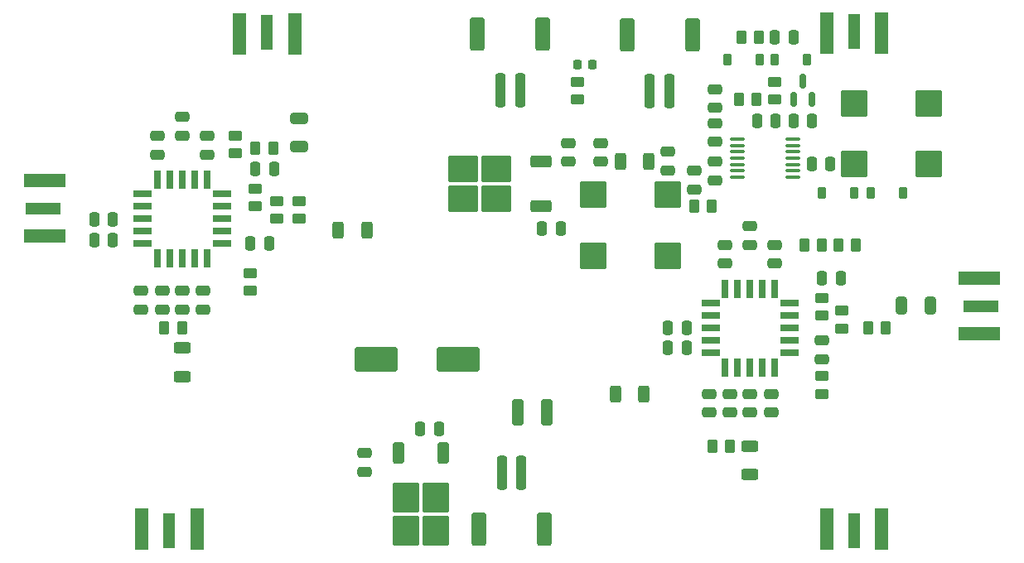
<source format=gbr>
%TF.GenerationSoftware,KiCad,Pcbnew,7.0.7*%
%TF.CreationDate,2023-09-13T19:56:45-04:00*%
%TF.ProjectId,AD831HotBoard,41443833-3148-46f7-9442-6f6172642e6b,0.1.0*%
%TF.SameCoordinates,Original*%
%TF.FileFunction,Paste,Top*%
%TF.FilePolarity,Positive*%
%FSLAX46Y46*%
G04 Gerber Fmt 4.6, Leading zero omitted, Abs format (unit mm)*
G04 Created by KiCad (PCBNEW 7.0.7) date 2023-09-13 19:56:45*
%MOMM*%
%LPD*%
G01*
G04 APERTURE LIST*
G04 Aperture macros list*
%AMRoundRect*
0 Rectangle with rounded corners*
0 $1 Rounding radius*
0 $2 $3 $4 $5 $6 $7 $8 $9 X,Y pos of 4 corners*
0 Add a 4 corners polygon primitive as box body*
4,1,4,$2,$3,$4,$5,$6,$7,$8,$9,$2,$3,0*
0 Add four circle primitives for the rounded corners*
1,1,$1+$1,$2,$3*
1,1,$1+$1,$4,$5*
1,1,$1+$1,$6,$7*
1,1,$1+$1,$8,$9*
0 Add four rect primitives between the rounded corners*
20,1,$1+$1,$2,$3,$4,$5,0*
20,1,$1+$1,$4,$5,$6,$7,0*
20,1,$1+$1,$6,$7,$8,$9,0*
20,1,$1+$1,$8,$9,$2,$3,0*%
G04 Aperture macros list end*
%ADD10RoundRect,0.250000X0.625000X-0.312500X0.625000X0.312500X-0.625000X0.312500X-0.625000X-0.312500X0*%
%ADD11R,1.270000X3.600000*%
%ADD12R,1.350000X4.200000*%
%ADD13RoundRect,0.250000X-0.475000X0.250000X-0.475000X-0.250000X0.475000X-0.250000X0.475000X0.250000X0*%
%ADD14RoundRect,0.250000X0.475000X-0.250000X0.475000X0.250000X-0.475000X0.250000X-0.475000X-0.250000X0*%
%ADD15RoundRect,0.250000X0.250000X0.475000X-0.250000X0.475000X-0.250000X-0.475000X0.250000X-0.475000X0*%
%ADD16RoundRect,0.250000X-0.312500X-0.625000X0.312500X-0.625000X0.312500X0.625000X-0.312500X0.625000X0*%
%ADD17RoundRect,0.250000X-0.450000X0.262500X-0.450000X-0.262500X0.450000X-0.262500X0.450000X0.262500X0*%
%ADD18R,3.600000X1.270000*%
%ADD19R,4.200000X1.350000*%
%ADD20RoundRect,0.250000X-0.262500X-0.450000X0.262500X-0.450000X0.262500X0.450000X-0.262500X0.450000X0*%
%ADD21RoundRect,0.250000X0.262500X0.450000X-0.262500X0.450000X-0.262500X-0.450000X0.262500X-0.450000X0*%
%ADD22R,0.700000X1.925000*%
%ADD23R,1.925000X0.700000*%
%ADD24RoundRect,0.250000X0.450000X-0.262500X0.450000X0.262500X-0.450000X0.262500X-0.450000X-0.262500X0*%
%ADD25RoundRect,0.150000X0.150000X-0.587500X0.150000X0.587500X-0.150000X0.587500X-0.150000X-0.587500X0*%
%ADD26RoundRect,0.250000X1.950000X1.000000X-1.950000X1.000000X-1.950000X-1.000000X1.950000X-1.000000X0*%
%ADD27RoundRect,0.099900X-1.250100X-1.250100X1.250100X-1.250100X1.250100X1.250100X-1.250100X1.250100X0*%
%ADD28RoundRect,0.250000X-0.250000X-0.475000X0.250000X-0.475000X0.250000X0.475000X-0.250000X0.475000X0*%
%ADD29RoundRect,0.225000X-0.225000X-0.375000X0.225000X-0.375000X0.225000X0.375000X-0.225000X0.375000X0*%
%ADD30RoundRect,0.250000X0.325000X0.650000X-0.325000X0.650000X-0.325000X-0.650000X0.325000X-0.650000X0*%
%ADD31RoundRect,0.250000X-0.250000X-1.500000X0.250000X-1.500000X0.250000X1.500000X-0.250000X1.500000X0*%
%ADD32RoundRect,0.250001X-0.499999X-1.449999X0.499999X-1.449999X0.499999X1.449999X-0.499999X1.449999X0*%
%ADD33RoundRect,0.250000X0.850000X0.350000X-0.850000X0.350000X-0.850000X-0.350000X0.850000X-0.350000X0*%
%ADD34RoundRect,0.250000X1.275000X1.125000X-1.275000X1.125000X-1.275000X-1.125000X1.275000X-1.125000X0*%
%ADD35RoundRect,0.250000X0.250000X1.500000X-0.250000X1.500000X-0.250000X-1.500000X0.250000X-1.500000X0*%
%ADD36RoundRect,0.250001X0.499999X1.449999X-0.499999X1.449999X-0.499999X-1.449999X0.499999X-1.449999X0*%
%ADD37RoundRect,0.100000X0.637500X0.100000X-0.637500X0.100000X-0.637500X-0.100000X0.637500X-0.100000X0*%
%ADD38RoundRect,0.250000X-0.325000X-1.100000X0.325000X-1.100000X0.325000X1.100000X-0.325000X1.100000X0*%
%ADD39RoundRect,0.250000X-0.650000X0.325000X-0.650000X-0.325000X0.650000X-0.325000X0.650000X0.325000X0*%
%ADD40RoundRect,0.225000X0.225000X0.375000X-0.225000X0.375000X-0.225000X-0.375000X0.225000X-0.375000X0*%
%ADD41RoundRect,0.250000X0.312500X0.625000X-0.312500X0.625000X-0.312500X-0.625000X0.312500X-0.625000X0*%
%ADD42RoundRect,0.099900X1.250100X1.250100X-1.250100X1.250100X-1.250100X-1.250100X1.250100X-1.250100X0*%
%ADD43RoundRect,0.250000X-0.350000X0.850000X-0.350000X-0.850000X0.350000X-0.850000X0.350000X0.850000X0*%
%ADD44RoundRect,0.250000X-1.125000X1.275000X-1.125000X-1.275000X1.125000X-1.275000X1.125000X1.275000X0*%
%ADD45RoundRect,0.218750X0.218750X0.256250X-0.218750X0.256250X-0.218750X-0.256250X0.218750X-0.256250X0*%
G04 APERTURE END LIST*
D10*
%TO.C,R9*%
X174371000Y-87253000D03*
X174371000Y-84328000D03*
%TD*%
%TO.C,R1*%
X116300000Y-77216000D03*
X116300000Y-74291000D03*
%TD*%
D11*
%TO.C,J2*%
X115000000Y-93000000D03*
D12*
X112175000Y-92800000D03*
X117825000Y-92800000D03*
%TD*%
D13*
%TO.C,C7*%
X114300000Y-68453000D03*
X114300000Y-70353000D03*
%TD*%
D14*
%TO.C,C24*%
X176530000Y-80894000D03*
X176530000Y-78994000D03*
%TD*%
D15*
%TO.C,C22*%
X167889000Y-74295000D03*
X165989000Y-74295000D03*
%TD*%
D16*
%TO.C,R24*%
X160589500Y-78994000D03*
X163514500Y-78994000D03*
%TD*%
D15*
%TO.C,C40*%
X178811000Y-42545000D03*
X176911000Y-42545000D03*
%TD*%
D11*
%TO.C,J4*%
X125000000Y-41964000D03*
D12*
X127825000Y-42164000D03*
X122175000Y-42164000D03*
%TD*%
D13*
%TO.C,C34*%
X168656000Y-56159400D03*
X168656000Y-58059400D03*
%TD*%
D17*
%TO.C,R11*%
X181737000Y-77169000D03*
X181737000Y-78994000D03*
%TD*%
D13*
%TO.C,C28*%
X176911000Y-63759000D03*
X176911000Y-65659000D03*
%TD*%
D18*
%TO.C,J9*%
X198000000Y-70000000D03*
D19*
X197800000Y-72825000D03*
X197800000Y-67175000D03*
%TD*%
D20*
%TO.C,R16*%
X179912000Y-63754000D03*
X181737000Y-63754000D03*
%TD*%
D14*
%TO.C,C4*%
X174371000Y-80894000D03*
X174371000Y-78994000D03*
%TD*%
D13*
%TO.C,C11*%
X116332000Y-50678000D03*
X116332000Y-52578000D03*
%TD*%
D21*
%TO.C,R20*%
X175029500Y-48895000D03*
X173204500Y-48895000D03*
%TD*%
D22*
%TO.C,U4*%
X174371000Y-68210500D03*
X173101000Y-68210500D03*
X171831000Y-68210500D03*
D23*
X170318500Y-69723000D03*
X170318500Y-70993000D03*
X170318500Y-72263000D03*
X170318500Y-73533000D03*
X170318500Y-74803000D03*
D22*
X171831000Y-76315500D03*
X173101000Y-76315500D03*
X174371000Y-76315500D03*
X175641000Y-76315500D03*
X176911000Y-76315500D03*
D23*
X178423500Y-74803000D03*
X178423500Y-73533000D03*
X178423500Y-72263000D03*
X178423500Y-70993000D03*
X178423500Y-69723000D03*
D22*
X176911000Y-68210500D03*
X175641000Y-68210500D03*
%TD*%
D24*
%TO.C,R22*%
X156718000Y-48895000D03*
X156718000Y-47070000D03*
%TD*%
D25*
%TO.C,Q1*%
X178816000Y-48895000D03*
X180716000Y-48895000D03*
X179766000Y-47020000D03*
%TD*%
D26*
%TO.C,C38*%
X144535000Y-75438000D03*
X136135000Y-75438000D03*
%TD*%
D14*
%TO.C,C6*%
X116332000Y-70353000D03*
X116332000Y-68453000D03*
%TD*%
D17*
%TO.C,R7*%
X121793000Y-52578000D03*
X121793000Y-54403000D03*
%TD*%
D14*
%TO.C,C12*%
X112141000Y-70353000D03*
X112141000Y-68453000D03*
%TD*%
D27*
%TO.C,L2*%
X165989000Y-58612000D03*
X158369000Y-58612000D03*
X158369000Y-64832000D03*
X165989000Y-64832000D03*
%TD*%
D28*
%TO.C,C31*%
X180660000Y-55499000D03*
X182560000Y-55499000D03*
%TD*%
D29*
%TO.C,D5*%
X172086000Y-44831000D03*
X175386000Y-44831000D03*
%TD*%
D13*
%TO.C,C29*%
X171831000Y-63759000D03*
X171831000Y-65659000D03*
%TD*%
D30*
%TO.C,C30*%
X192815000Y-69977000D03*
X189865000Y-69977000D03*
%TD*%
D31*
%TO.C,J6*%
X148987000Y-87066000D03*
X150987000Y-87066000D03*
D32*
X146637000Y-92816000D03*
X153337000Y-92816000D03*
%TD*%
D15*
%TO.C,C18*%
X167889000Y-72263000D03*
X165989000Y-72263000D03*
%TD*%
D33*
%TO.C,U3*%
X153044000Y-59811000D03*
D34*
X148419000Y-59056000D03*
X148419000Y-56006000D03*
X145069000Y-59056000D03*
X145069000Y-56006000D03*
D33*
X153044000Y-55251000D03*
%TD*%
D28*
%TO.C,C36*%
X153101000Y-62103000D03*
X155001000Y-62103000D03*
%TD*%
D14*
%TO.C,C25*%
X170191500Y-80894000D03*
X170191500Y-78994000D03*
%TD*%
D35*
%TO.C,J5*%
X166116000Y-48006000D03*
X164116000Y-48006000D03*
D36*
X168466000Y-42256000D03*
X161766000Y-42256000D03*
%TD*%
D17*
%TO.C,R15*%
X181737000Y-69168000D03*
X181737000Y-70993000D03*
%TD*%
D21*
%TO.C,R13*%
X185213000Y-63754000D03*
X183388000Y-63754000D03*
%TD*%
D20*
%TO.C,R10*%
X170514000Y-84328000D03*
X172339000Y-84328000D03*
%TD*%
D17*
%TO.C,R3*%
X123317000Y-66628000D03*
X123317000Y-68453000D03*
%TD*%
D11*
%TO.C,J8*%
X185000000Y-93000000D03*
D12*
X182175000Y-92800000D03*
X187825000Y-92800000D03*
%TD*%
D17*
%TO.C,R8*%
X128270000Y-59262000D03*
X128270000Y-61087000D03*
%TD*%
D37*
%TO.C,U5*%
X178757500Y-56829000D03*
X178757500Y-56179000D03*
X178757500Y-55529000D03*
X178757500Y-54879000D03*
X178757500Y-54229000D03*
X178757500Y-53579000D03*
X178757500Y-52929000D03*
X173032500Y-52929000D03*
X173032500Y-53579000D03*
X173032500Y-54229000D03*
X173032500Y-54879000D03*
X173032500Y-55529000D03*
X173032500Y-56179000D03*
X173032500Y-56829000D03*
%TD*%
D17*
%TO.C,R12*%
X183769000Y-70461500D03*
X183769000Y-72286500D03*
%TD*%
D38*
%TO.C,C20*%
X150671000Y-80899000D03*
X153621000Y-80899000D03*
%TD*%
D17*
%TO.C,R4*%
X125984000Y-59262000D03*
X125984000Y-61087000D03*
%TD*%
D13*
%TO.C,C15*%
X118872000Y-52610000D03*
X118872000Y-54510000D03*
%TD*%
D35*
%TO.C,J3*%
X150860000Y-47935000D03*
X148860000Y-47935000D03*
D36*
X153210000Y-42185000D03*
X146510000Y-42185000D03*
%TD*%
D39*
%TO.C,C17*%
X128270000Y-50771000D03*
X128270000Y-53721000D03*
%TD*%
D28*
%TO.C,C39*%
X175072000Y-51054000D03*
X176972000Y-51054000D03*
%TD*%
D15*
%TO.C,C32*%
X180721000Y-51054000D03*
X178821000Y-51054000D03*
%TD*%
D11*
%TO.C,J7*%
X185000000Y-41927500D03*
D12*
X187825000Y-42127500D03*
X182175000Y-42127500D03*
%TD*%
D28*
%TO.C,C14*%
X123825000Y-56007000D03*
X125725000Y-56007000D03*
%TD*%
D14*
%TO.C,C3*%
X165989000Y-56129000D03*
X165989000Y-54229000D03*
%TD*%
D13*
%TO.C,C5*%
X172339000Y-78994000D03*
X172339000Y-80894000D03*
%TD*%
D14*
%TO.C,C37*%
X155829000Y-55245000D03*
X155829000Y-53345000D03*
%TD*%
D29*
%TO.C,D2*%
X181738000Y-58420000D03*
X185038000Y-58420000D03*
%TD*%
D40*
%TO.C,D4*%
X180212000Y-44831000D03*
X176912000Y-44831000D03*
%TD*%
D21*
%TO.C,R23*%
X175283500Y-42545000D03*
X173458500Y-42545000D03*
%TD*%
D16*
%TO.C,R17*%
X161097500Y-55245000D03*
X164022500Y-55245000D03*
%TD*%
D15*
%TO.C,C9*%
X109245400Y-63246000D03*
X107345400Y-63246000D03*
%TD*%
D20*
%TO.C,R18*%
X168632500Y-59817000D03*
X170457500Y-59817000D03*
%TD*%
D15*
%TO.C,C19*%
X142555000Y-82550000D03*
X140655000Y-82550000D03*
%TD*%
D21*
%TO.C,R14*%
X188261000Y-72263000D03*
X186436000Y-72263000D03*
%TD*%
D28*
%TO.C,C10*%
X123317000Y-63627000D03*
X125217000Y-63627000D03*
%TD*%
%TO.C,C27*%
X181737000Y-67183000D03*
X183637000Y-67183000D03*
%TD*%
D13*
%TO.C,C21*%
X135000000Y-85050000D03*
X135000000Y-86950000D03*
%TD*%
D41*
%TO.C,R21*%
X135193500Y-62230000D03*
X132268500Y-62230000D03*
%TD*%
D42*
%TO.C,L1*%
X185039000Y-55496000D03*
X192659000Y-55496000D03*
X192659000Y-49276000D03*
X185039000Y-49276000D03*
%TD*%
D15*
%TO.C,C8*%
X109250000Y-61100000D03*
X107350000Y-61100000D03*
%TD*%
D17*
%TO.C,R6*%
X123825000Y-57992000D03*
X123825000Y-59817000D03*
%TD*%
D13*
%TO.C,C2*%
X170815000Y-47818000D03*
X170815000Y-49718000D03*
%TD*%
D21*
%TO.C,R5*%
X125650000Y-53848000D03*
X123825000Y-53848000D03*
%TD*%
D18*
%TO.C,J1*%
X102108000Y-60000000D03*
D19*
X102308000Y-57175000D03*
X102308000Y-62825000D03*
%TD*%
D14*
%TO.C,C23*%
X181737000Y-75438000D03*
X181737000Y-73538000D03*
%TD*%
D17*
%TO.C,R19*%
X176911000Y-47070000D03*
X176911000Y-48895000D03*
%TD*%
D20*
%TO.C,R2*%
X114507000Y-72263000D03*
X116332000Y-72263000D03*
%TD*%
D14*
%TO.C,C33*%
X170815000Y-53213000D03*
X170815000Y-51313000D03*
%TD*%
D43*
%TO.C,U2*%
X143000000Y-85000000D03*
D44*
X142245000Y-89625000D03*
X139195000Y-89625000D03*
X142245000Y-92975000D03*
X139195000Y-92975000D03*
D43*
X138440000Y-85000000D03*
%TD*%
D14*
%TO.C,C1*%
X170815000Y-57119600D03*
X170815000Y-55219600D03*
%TD*%
D13*
%TO.C,C26*%
X174371000Y-61854000D03*
X174371000Y-63754000D03*
%TD*%
%TO.C,C16*%
X113792000Y-52610000D03*
X113792000Y-54510000D03*
%TD*%
D45*
%TO.C,D1*%
X158293000Y-45339000D03*
X156718000Y-45339000D03*
%TD*%
D14*
%TO.C,C13*%
X118491000Y-70353000D03*
X118491000Y-68453000D03*
%TD*%
D22*
%TO.C,U1*%
X116332000Y-57034500D03*
X115062000Y-57034500D03*
X113792000Y-57034500D03*
D23*
X112279500Y-58547000D03*
X112279500Y-59817000D03*
X112279500Y-61087000D03*
X112279500Y-62357000D03*
X112279500Y-63627000D03*
D22*
X113792000Y-65139500D03*
X115062000Y-65139500D03*
X116332000Y-65139500D03*
X117602000Y-65139500D03*
X118872000Y-65139500D03*
D23*
X120384500Y-63627000D03*
X120384500Y-62357000D03*
X120384500Y-61087000D03*
X120384500Y-59817000D03*
X120384500Y-58547000D03*
D22*
X118872000Y-57034500D03*
X117602000Y-57034500D03*
%TD*%
D29*
%TO.C,D3*%
X186691000Y-58420000D03*
X189991000Y-58420000D03*
%TD*%
D14*
%TO.C,C35*%
X159131000Y-55245000D03*
X159131000Y-53345000D03*
%TD*%
M02*

</source>
